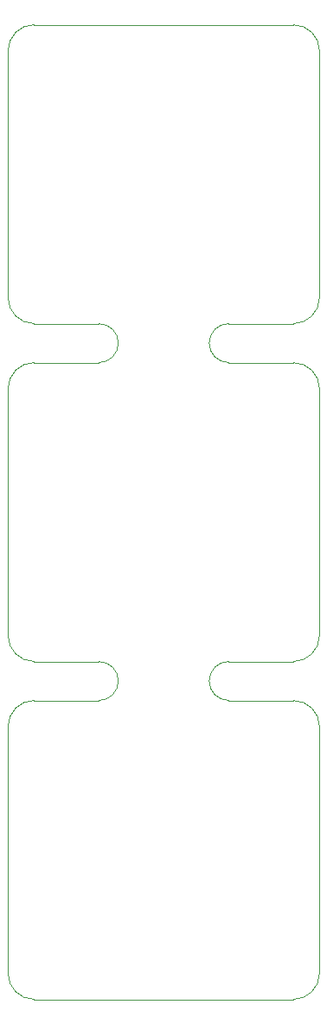
<source format=gm1>
G04 #@! TF.GenerationSoftware,KiCad,Pcbnew,5.1.6*
G04 #@! TF.CreationDate,2021-12-18T09:42:17+01:00*
G04 #@! TF.ProjectId,co2_blep,636f325f-626c-4657-902e-6b696361645f,rev?*
G04 #@! TF.SameCoordinates,Original*
G04 #@! TF.FileFunction,Profile,NP*
%FSLAX46Y46*%
G04 Gerber Fmt 4.6, Leading zero omitted, Abs format (unit mm)*
G04 Created by KiCad (PCBNEW 5.1.6) date 2021-12-18 09:42:17*
%MOMM*%
%LPD*%
G01*
G04 APERTURE LIST*
G04 #@! TA.AperFunction,Profile*
%ADD10C,0.050000*%
G04 #@! TD*
G04 APERTURE END LIST*
D10*
X132715000Y-121920000D02*
X126365000Y-121920000D01*
X126365000Y-118110000D02*
X132715000Y-118110000D01*
X113665000Y-121920000D02*
X107315000Y-121920000D01*
X107315000Y-118110000D02*
X113665000Y-118110000D01*
X115570000Y-120015000D02*
G75*
G02*
X113665000Y-121920000I-1905000J0D01*
G01*
X113665000Y-118110000D02*
G75*
G02*
X115570000Y-120015000I0J-1905000D01*
G01*
X126365000Y-121920000D02*
G75*
G02*
X124460000Y-120015000I0J1905000D01*
G01*
X124460000Y-120015000D02*
G75*
G02*
X126365000Y-118110000I1905000J0D01*
G01*
X127000000Y-88900000D02*
X126365000Y-88900000D01*
X132715000Y-88900000D02*
X127000000Y-88900000D01*
X126365000Y-85090000D02*
X132715000Y-85090000D01*
X113665000Y-85090000D02*
X107315000Y-85090000D01*
X107315000Y-88900000D02*
X113665000Y-88900000D01*
X126365000Y-88900000D02*
G75*
G02*
X124460000Y-86995000I0J1905000D01*
G01*
X124460000Y-86995000D02*
G75*
G02*
X126365000Y-85090000I1905000J0D01*
G01*
X115570000Y-86995000D02*
G75*
G02*
X113665000Y-88900000I-1905000J0D01*
G01*
X113665000Y-85090000D02*
G75*
G02*
X115570000Y-86995000I0J-1905000D01*
G01*
X107315000Y-85090000D02*
G75*
G02*
X104775000Y-82550000I0J2540000D01*
G01*
X135255000Y-82550000D02*
G75*
G02*
X132715000Y-85090000I-2540000J0D01*
G01*
X132715000Y-55880000D02*
G75*
G02*
X135255000Y-58420000I0J-2540000D01*
G01*
X104775000Y-58420000D02*
G75*
G02*
X107315000Y-55880000I2540000J0D01*
G01*
X104775000Y-124460000D02*
G75*
G02*
X107315000Y-121920000I2540000J0D01*
G01*
X132715000Y-121920000D02*
G75*
G02*
X135255000Y-124460000I0J-2540000D01*
G01*
X135255000Y-148590000D02*
G75*
G02*
X132715000Y-151130000I-2540000J0D01*
G01*
X107315000Y-151130000D02*
G75*
G02*
X104775000Y-148590000I0J2540000D01*
G01*
X104775000Y-91440000D02*
G75*
G02*
X107315000Y-88900000I2540000J0D01*
G01*
X132715000Y-88900000D02*
G75*
G02*
X135255000Y-91440000I0J-2540000D01*
G01*
X135255000Y-115570000D02*
G75*
G02*
X132715000Y-118110000I-2540000J0D01*
G01*
X107315000Y-118110000D02*
G75*
G02*
X104775000Y-115570000I0J2540000D01*
G01*
X135255000Y-58420000D02*
X135255000Y-82550000D01*
X104775000Y-58420000D02*
X104775000Y-82550000D01*
X132715000Y-55880000D02*
X107315000Y-55880000D01*
X104775000Y-148590000D02*
X104775000Y-124460000D01*
X135255000Y-148590000D02*
X135255000Y-124460000D01*
X107315000Y-151130000D02*
X132715000Y-151130000D01*
X104775000Y-91440000D02*
X104775000Y-115570000D01*
X135255000Y-91440000D02*
X135255000Y-115570000D01*
M02*

</source>
